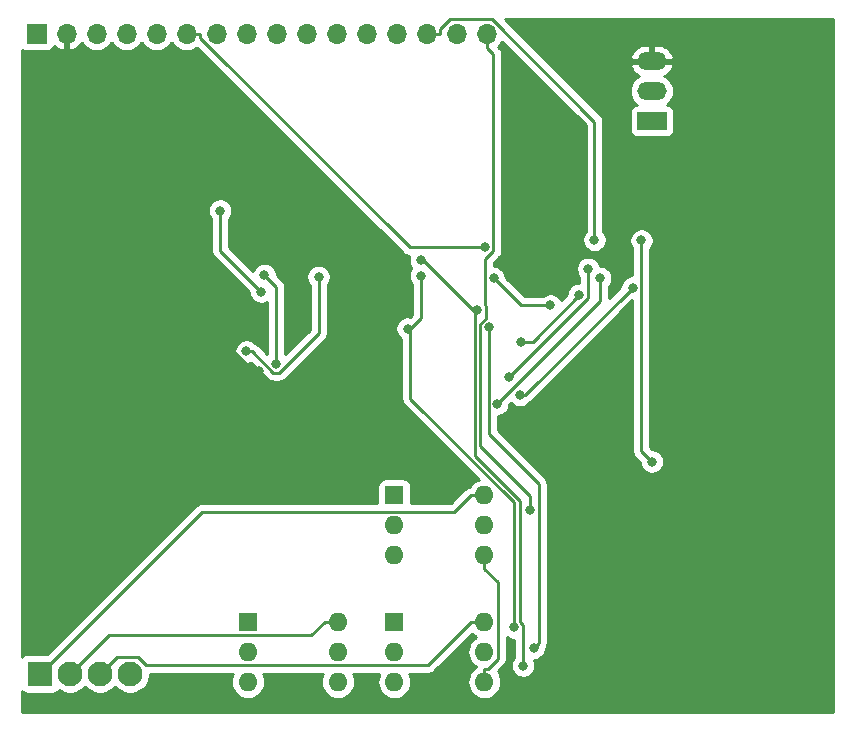
<source format=gbl>
G04 #@! TF.GenerationSoftware,KiCad,Pcbnew,(5.1.2)-2*
G04 #@! TF.CreationDate,2019-08-06T20:33:04-04:00*
G04 #@! TF.ProjectId,Thermostat_Layout,54686572-6d6f-4737-9461-745f4c61796f,rev?*
G04 #@! TF.SameCoordinates,Original*
G04 #@! TF.FileFunction,Copper,L2,Bot*
G04 #@! TF.FilePolarity,Positive*
%FSLAX46Y46*%
G04 Gerber Fmt 4.6, Leading zero omitted, Abs format (unit mm)*
G04 Created by KiCad (PCBNEW (5.1.2)-2) date 2019-08-06 20:33:04*
%MOMM*%
%LPD*%
G04 APERTURE LIST*
%ADD10O,1.600000X1.600000*%
%ADD11R,1.600000X1.600000*%
%ADD12R,2.500000X1.500000*%
%ADD13O,2.500000X1.500000*%
%ADD14R,2.100000X2.100000*%
%ADD15C,2.100000*%
%ADD16O,1.700000X1.700000*%
%ADD17R,1.700000X1.700000*%
%ADD18C,0.800000*%
%ADD19C,0.250000*%
%ADD20C,0.254000*%
G04 APERTURE END LIST*
D10*
X96220000Y-89400000D03*
X88600000Y-94480000D03*
X96220000Y-91940000D03*
X88600000Y-91940000D03*
X96220000Y-94480000D03*
D11*
X88600000Y-89400000D03*
D10*
X83820000Y-89400000D03*
X76200000Y-94480000D03*
X83820000Y-91940000D03*
X76200000Y-91940000D03*
X83820000Y-94480000D03*
D11*
X76200000Y-89400000D03*
D10*
X96220000Y-78700000D03*
X88600000Y-83780000D03*
X96220000Y-81240000D03*
X88600000Y-81240000D03*
X96220000Y-83780000D03*
D11*
X88600000Y-78700000D03*
D12*
X110400000Y-47000000D03*
D13*
X110400000Y-44460000D03*
X110400000Y-41920000D03*
D14*
X58600000Y-93800000D03*
D15*
X61140000Y-93800000D03*
X63680000Y-93800000D03*
X66220000Y-93800000D03*
D16*
X96400000Y-39600000D03*
X93860000Y-39600000D03*
X91320000Y-39600000D03*
X88780000Y-39600000D03*
X86240000Y-39600000D03*
X83700000Y-39600000D03*
X81160000Y-39600000D03*
X78620000Y-39600000D03*
X76080000Y-39600000D03*
X73540000Y-39600000D03*
X71000000Y-39600000D03*
X68460000Y-39600000D03*
X65920000Y-39600000D03*
X63380000Y-39600000D03*
X60840000Y-39600000D03*
D17*
X58300000Y-39600000D03*
D18*
X77750000Y-73328400D03*
X77112200Y-68122600D03*
X74873800Y-65903000D03*
X78602800Y-67529800D03*
X77590400Y-60031900D03*
X77325000Y-61442000D03*
X73850000Y-54581200D03*
X100063600Y-79911600D03*
X105542700Y-57054000D03*
X96244800Y-57673900D03*
X108771900Y-61100000D03*
X99218600Y-70179100D03*
X106029800Y-60300000D03*
X97296800Y-70931200D03*
X76071500Y-66493600D03*
X82179100Y-60190500D03*
X97002600Y-60300000D03*
X101815100Y-62612400D03*
X110401200Y-75833400D03*
X109518700Y-57100000D03*
X99360500Y-65668000D03*
X104245300Y-61717900D03*
X98711200Y-89875300D03*
X90842100Y-60080500D03*
X89726500Y-64575000D03*
X90836100Y-58780200D03*
X99504200Y-93109900D03*
X95560000Y-62981200D03*
X100395200Y-91612500D03*
X96637200Y-64464600D03*
X98319700Y-68687500D03*
X105016600Y-59503200D03*
D19*
X74873800Y-65903000D02*
X74873800Y-66340800D01*
X74873800Y-66340800D02*
X76655500Y-68122500D01*
X76655500Y-68122500D02*
X77112200Y-68122500D01*
X77112200Y-68122500D02*
X77112200Y-68122600D01*
X77112200Y-68122600D02*
X77750000Y-68760400D01*
X77750000Y-68760400D02*
X77750000Y-73328400D01*
X60840000Y-39600000D02*
X60840000Y-51869200D01*
X60840000Y-51869200D02*
X74873800Y-65903000D01*
X78602800Y-67529800D02*
X78602800Y-61044300D01*
X78602800Y-61044300D02*
X77590400Y-60031900D01*
X73850000Y-54581200D02*
X73850000Y-57967000D01*
X73850000Y-57967000D02*
X77325000Y-61442000D01*
X100063600Y-79911600D02*
X100063600Y-78705600D01*
X100063600Y-78705600D02*
X95860700Y-74502700D01*
X95860700Y-74502700D02*
X95860700Y-64215400D01*
X95860700Y-64215400D02*
X96323800Y-63752300D01*
X96323800Y-63752300D02*
X96323800Y-62680700D01*
X96323800Y-62680700D02*
X96248300Y-62605200D01*
X96248300Y-62605200D02*
X96248300Y-58696200D01*
X96248300Y-58696200D02*
X96970100Y-57974400D01*
X96970100Y-57974400D02*
X96970100Y-41345400D01*
X96970100Y-41345400D02*
X96400000Y-40775300D01*
X96400000Y-39600000D02*
X96400000Y-40775300D01*
X92495300Y-39600000D02*
X92495300Y-39232700D01*
X92495300Y-39232700D02*
X93339000Y-38389000D01*
X93339000Y-38389000D02*
X96888200Y-38389000D01*
X96888200Y-38389000D02*
X105542700Y-47043500D01*
X105542700Y-47043500D02*
X105542700Y-57054000D01*
X91320000Y-39600000D02*
X92495300Y-39600000D01*
X96244800Y-57673900D02*
X89881900Y-57673900D01*
X89881900Y-57673900D02*
X72175300Y-39967300D01*
X72175300Y-39967300D02*
X72175300Y-39600000D01*
X71000000Y-39600000D02*
X72175300Y-39600000D01*
X96220000Y-83780000D02*
X96220000Y-84905300D01*
X96220000Y-94480000D02*
X96220000Y-93354700D01*
X96220000Y-93354700D02*
X96501300Y-93354700D01*
X96501300Y-93354700D02*
X97345300Y-92510700D01*
X97345300Y-92510700D02*
X97345300Y-86030600D01*
X97345300Y-86030600D02*
X96220000Y-84905300D01*
X96220000Y-89400000D02*
X95094700Y-89400000D01*
X63680000Y-93800000D02*
X65081600Y-92398400D01*
X65081600Y-92398400D02*
X66928400Y-92398400D01*
X66928400Y-92398400D02*
X67595400Y-93065400D01*
X67595400Y-93065400D02*
X91429300Y-93065400D01*
X91429300Y-93065400D02*
X95094700Y-89400000D01*
X83820000Y-89400000D02*
X82694700Y-89400000D01*
X61140000Y-93800000D02*
X64414700Y-90525300D01*
X64414700Y-90525300D02*
X81569400Y-90525300D01*
X81569400Y-90525300D02*
X82694700Y-89400000D01*
X96220000Y-78700000D02*
X95094700Y-78700000D01*
X58600000Y-93800000D02*
X72285400Y-80114600D01*
X72285400Y-80114600D02*
X93680100Y-80114600D01*
X93680100Y-80114600D02*
X95094700Y-78700000D01*
X108771900Y-61100000D02*
X99692800Y-70179100D01*
X99692800Y-70179100D02*
X99218600Y-70179100D01*
X97296800Y-70931200D02*
X106029800Y-62198200D01*
X106029800Y-62198200D02*
X106029800Y-60300000D01*
X76071500Y-66493600D02*
X76540900Y-66493600D01*
X76540900Y-66493600D02*
X78347200Y-68299900D01*
X78347200Y-68299900D02*
X78862900Y-68299900D01*
X78862900Y-68299900D02*
X82179100Y-64983700D01*
X82179100Y-64983700D02*
X82179100Y-60190500D01*
X97002600Y-60300000D02*
X99315000Y-62612400D01*
X99315000Y-62612400D02*
X101815100Y-62612400D01*
X110401200Y-75833400D02*
X109518800Y-74951000D01*
X109518800Y-74951000D02*
X109518800Y-57100000D01*
X109518800Y-57100000D02*
X109518700Y-57100000D01*
X99360500Y-65668000D02*
X100295200Y-65668000D01*
X100295200Y-65668000D02*
X104245300Y-61717900D01*
X89962400Y-64575000D02*
X90842100Y-63695300D01*
X90842100Y-63695300D02*
X90842100Y-60080500D01*
X89726500Y-64575000D02*
X89962400Y-64575000D01*
X89962400Y-64575000D02*
X89962400Y-70515100D01*
X89962400Y-70515100D02*
X98711200Y-79263900D01*
X98711200Y-79263900D02*
X98711200Y-89875300D01*
X95410400Y-63130800D02*
X95410400Y-75326200D01*
X95410400Y-75326200D02*
X99273000Y-79188800D01*
X99273000Y-79188800D02*
X99273000Y-89411300D01*
X99273000Y-89411300D02*
X99504100Y-89642400D01*
X99504100Y-89642400D02*
X99504100Y-93109900D01*
X99504100Y-93109900D02*
X99504200Y-93109900D01*
X95560000Y-62981200D02*
X95410400Y-63130800D01*
X95410400Y-63130800D02*
X91059800Y-58780200D01*
X91059800Y-58780200D02*
X90836100Y-58780200D01*
X96637200Y-64464600D02*
X96571500Y-64530300D01*
X96571500Y-64530300D02*
X96571500Y-73496800D01*
X96571500Y-73496800D02*
X100812400Y-77737700D01*
X100812400Y-77737700D02*
X100812400Y-91195300D01*
X100812400Y-91195300D02*
X100395200Y-91612500D01*
X98319700Y-68687500D02*
X105016600Y-61990600D01*
X105016600Y-61990600D02*
X105016600Y-59503200D01*
D20*
G36*
X125740000Y-97040000D02*
G01*
X57060000Y-97040000D01*
X57060000Y-95253889D01*
X57098815Y-95301185D01*
X57195506Y-95380537D01*
X57305820Y-95439502D01*
X57425518Y-95475812D01*
X57550000Y-95488072D01*
X59650000Y-95488072D01*
X59774482Y-95475812D01*
X59894180Y-95439502D01*
X60004494Y-95380537D01*
X60101185Y-95301185D01*
X60180537Y-95204494D01*
X60188042Y-95190454D01*
X60341853Y-95293228D01*
X60648504Y-95420246D01*
X60974042Y-95485000D01*
X61305958Y-95485000D01*
X61631496Y-95420246D01*
X61938147Y-95293228D01*
X62214125Y-95108825D01*
X62410000Y-94912950D01*
X62605875Y-95108825D01*
X62881853Y-95293228D01*
X63188504Y-95420246D01*
X63514042Y-95485000D01*
X63845958Y-95485000D01*
X64171496Y-95420246D01*
X64478147Y-95293228D01*
X64754125Y-95108825D01*
X64950000Y-94912950D01*
X65145875Y-95108825D01*
X65421853Y-95293228D01*
X65728504Y-95420246D01*
X66054042Y-95485000D01*
X66385958Y-95485000D01*
X66711496Y-95420246D01*
X67018147Y-95293228D01*
X67294125Y-95108825D01*
X67528825Y-94874125D01*
X67713228Y-94598147D01*
X67840246Y-94291496D01*
X67905000Y-93965958D01*
X67905000Y-93825400D01*
X74922762Y-93825400D01*
X74867818Y-93928192D01*
X74785764Y-94198691D01*
X74758057Y-94480000D01*
X74785764Y-94761309D01*
X74867818Y-95031808D01*
X75001068Y-95281101D01*
X75180392Y-95499608D01*
X75398899Y-95678932D01*
X75648192Y-95812182D01*
X75918691Y-95894236D01*
X76129508Y-95915000D01*
X76270492Y-95915000D01*
X76481309Y-95894236D01*
X76751808Y-95812182D01*
X77001101Y-95678932D01*
X77219608Y-95499608D01*
X77398932Y-95281101D01*
X77532182Y-95031808D01*
X77614236Y-94761309D01*
X77641943Y-94480000D01*
X77614236Y-94198691D01*
X77532182Y-93928192D01*
X77477238Y-93825400D01*
X82542762Y-93825400D01*
X82487818Y-93928192D01*
X82405764Y-94198691D01*
X82378057Y-94480000D01*
X82405764Y-94761309D01*
X82487818Y-95031808D01*
X82621068Y-95281101D01*
X82800392Y-95499608D01*
X83018899Y-95678932D01*
X83268192Y-95812182D01*
X83538691Y-95894236D01*
X83749508Y-95915000D01*
X83890492Y-95915000D01*
X84101309Y-95894236D01*
X84371808Y-95812182D01*
X84621101Y-95678932D01*
X84839608Y-95499608D01*
X85018932Y-95281101D01*
X85152182Y-95031808D01*
X85234236Y-94761309D01*
X85261943Y-94480000D01*
X85234236Y-94198691D01*
X85152182Y-93928192D01*
X85097238Y-93825400D01*
X87322762Y-93825400D01*
X87267818Y-93928192D01*
X87185764Y-94198691D01*
X87158057Y-94480000D01*
X87185764Y-94761309D01*
X87267818Y-95031808D01*
X87401068Y-95281101D01*
X87580392Y-95499608D01*
X87798899Y-95678932D01*
X88048192Y-95812182D01*
X88318691Y-95894236D01*
X88529508Y-95915000D01*
X88670492Y-95915000D01*
X88881309Y-95894236D01*
X89151808Y-95812182D01*
X89401101Y-95678932D01*
X89619608Y-95499608D01*
X89798932Y-95281101D01*
X89932182Y-95031808D01*
X90014236Y-94761309D01*
X90041943Y-94480000D01*
X90014236Y-94198691D01*
X89932182Y-93928192D01*
X89877238Y-93825400D01*
X91391978Y-93825400D01*
X91429300Y-93829076D01*
X91466622Y-93825400D01*
X91466633Y-93825400D01*
X91578286Y-93814403D01*
X91721547Y-93770946D01*
X91853576Y-93700374D01*
X91969301Y-93605401D01*
X91993104Y-93576397D01*
X95177630Y-90391873D01*
X95200392Y-90419608D01*
X95418899Y-90598932D01*
X95551858Y-90670000D01*
X95418899Y-90741068D01*
X95200392Y-90920392D01*
X95021068Y-91138899D01*
X94887818Y-91388192D01*
X94805764Y-91658691D01*
X94778057Y-91940000D01*
X94805764Y-92221309D01*
X94887818Y-92491808D01*
X95021068Y-92741101D01*
X95200392Y-92959608D01*
X95418899Y-93138932D01*
X95481160Y-93172211D01*
X95470997Y-93205714D01*
X95466058Y-93255861D01*
X95418899Y-93281068D01*
X95200392Y-93460392D01*
X95021068Y-93678899D01*
X94887818Y-93928192D01*
X94805764Y-94198691D01*
X94778057Y-94480000D01*
X94805764Y-94761309D01*
X94887818Y-95031808D01*
X95021068Y-95281101D01*
X95200392Y-95499608D01*
X95418899Y-95678932D01*
X95668192Y-95812182D01*
X95938691Y-95894236D01*
X96149508Y-95915000D01*
X96290492Y-95915000D01*
X96501309Y-95894236D01*
X96771808Y-95812182D01*
X97021101Y-95678932D01*
X97239608Y-95499608D01*
X97418932Y-95281101D01*
X97552182Y-95031808D01*
X97634236Y-94761309D01*
X97661943Y-94480000D01*
X97634236Y-94198691D01*
X97552182Y-93928192D01*
X97418932Y-93678899D01*
X97343643Y-93587159D01*
X97856304Y-93074498D01*
X97885301Y-93050701D01*
X97980274Y-92934976D01*
X98050846Y-92802947D01*
X98094303Y-92659686D01*
X98105300Y-92548033D01*
X98105300Y-92548024D01*
X98108976Y-92510701D01*
X98105300Y-92473378D01*
X98105300Y-90715234D01*
X98220944Y-90792505D01*
X98409302Y-90870526D01*
X98609261Y-90910300D01*
X98744100Y-90910300D01*
X98744101Y-92406288D01*
X98700263Y-92450126D01*
X98586995Y-92619644D01*
X98508974Y-92808002D01*
X98469200Y-93007961D01*
X98469200Y-93211839D01*
X98508974Y-93411798D01*
X98586995Y-93600156D01*
X98700263Y-93769674D01*
X98844426Y-93913837D01*
X99013944Y-94027105D01*
X99202302Y-94105126D01*
X99402261Y-94144900D01*
X99606139Y-94144900D01*
X99806098Y-94105126D01*
X99994456Y-94027105D01*
X100163974Y-93913837D01*
X100308137Y-93769674D01*
X100421405Y-93600156D01*
X100499426Y-93411798D01*
X100539200Y-93211839D01*
X100539200Y-93007961D01*
X100499426Y-92808002D01*
X100432943Y-92647500D01*
X100497139Y-92647500D01*
X100697098Y-92607726D01*
X100885456Y-92529705D01*
X101054974Y-92416437D01*
X101199137Y-92272274D01*
X101312405Y-92102756D01*
X101390426Y-91914398D01*
X101430200Y-91714439D01*
X101430200Y-91640503D01*
X101447374Y-91619576D01*
X101517946Y-91487547D01*
X101561403Y-91344286D01*
X101572400Y-91232633D01*
X101572400Y-91232623D01*
X101576076Y-91195300D01*
X101572400Y-91157977D01*
X101572400Y-77775022D01*
X101576076Y-77737699D01*
X101572400Y-77700376D01*
X101572400Y-77700367D01*
X101561403Y-77588714D01*
X101517946Y-77445453D01*
X101447374Y-77313424D01*
X101352401Y-77197699D01*
X101323404Y-77173902D01*
X97331500Y-73181999D01*
X97331500Y-71966200D01*
X97398739Y-71966200D01*
X97598698Y-71926426D01*
X97787056Y-71848405D01*
X97956574Y-71735137D01*
X98100737Y-71590974D01*
X98214005Y-71421456D01*
X98292026Y-71233098D01*
X98331800Y-71033139D01*
X98331800Y-70971001D01*
X98439295Y-70863506D01*
X98558826Y-70983037D01*
X98728344Y-71096305D01*
X98916702Y-71174326D01*
X99116661Y-71214100D01*
X99320539Y-71214100D01*
X99520498Y-71174326D01*
X99708856Y-71096305D01*
X99878374Y-70983037D01*
X99973159Y-70888252D01*
X99985047Y-70884646D01*
X100117076Y-70814074D01*
X100232801Y-70719101D01*
X100256604Y-70690097D01*
X108758801Y-62187901D01*
X108758800Y-74913678D01*
X108755124Y-74951000D01*
X108758800Y-74988322D01*
X108758800Y-74988332D01*
X108769797Y-75099985D01*
X108802637Y-75208246D01*
X108813254Y-75243246D01*
X108883826Y-75375276D01*
X108911604Y-75409123D01*
X108978799Y-75491001D01*
X109007802Y-75514803D01*
X109366200Y-75873201D01*
X109366200Y-75935339D01*
X109405974Y-76135298D01*
X109483995Y-76323656D01*
X109597263Y-76493174D01*
X109741426Y-76637337D01*
X109910944Y-76750605D01*
X110099302Y-76828626D01*
X110299261Y-76868400D01*
X110503139Y-76868400D01*
X110703098Y-76828626D01*
X110891456Y-76750605D01*
X111060974Y-76637337D01*
X111205137Y-76493174D01*
X111318405Y-76323656D01*
X111396426Y-76135298D01*
X111436200Y-75935339D01*
X111436200Y-75731461D01*
X111396426Y-75531502D01*
X111318405Y-75343144D01*
X111205137Y-75173626D01*
X111060974Y-75029463D01*
X110891456Y-74916195D01*
X110703098Y-74838174D01*
X110503139Y-74798400D01*
X110441001Y-74798400D01*
X110278800Y-74636199D01*
X110278800Y-57803611D01*
X110322637Y-57759774D01*
X110435905Y-57590256D01*
X110513926Y-57401898D01*
X110553700Y-57201939D01*
X110553700Y-56998061D01*
X110513926Y-56798102D01*
X110435905Y-56609744D01*
X110322637Y-56440226D01*
X110178474Y-56296063D01*
X110008956Y-56182795D01*
X109820598Y-56104774D01*
X109620639Y-56065000D01*
X109416761Y-56065000D01*
X109216802Y-56104774D01*
X109028444Y-56182795D01*
X108858926Y-56296063D01*
X108714763Y-56440226D01*
X108601495Y-56609744D01*
X108523474Y-56798102D01*
X108483700Y-56998061D01*
X108483700Y-57201939D01*
X108523474Y-57401898D01*
X108601495Y-57590256D01*
X108714763Y-57759774D01*
X108758801Y-57803812D01*
X108758801Y-60065000D01*
X108669961Y-60065000D01*
X108470002Y-60104774D01*
X108281644Y-60182795D01*
X108112126Y-60296063D01*
X107967963Y-60440226D01*
X107854695Y-60609744D01*
X107776674Y-60798102D01*
X107736900Y-60998061D01*
X107736900Y-61060198D01*
X106789800Y-62007298D01*
X106789800Y-61003711D01*
X106833737Y-60959774D01*
X106947005Y-60790256D01*
X107025026Y-60601898D01*
X107064800Y-60401939D01*
X107064800Y-60198061D01*
X107025026Y-59998102D01*
X106947005Y-59809744D01*
X106833737Y-59640226D01*
X106689574Y-59496063D01*
X106520056Y-59382795D01*
X106331698Y-59304774D01*
X106131739Y-59265000D01*
X106024496Y-59265000D01*
X106011826Y-59201302D01*
X105933805Y-59012944D01*
X105820537Y-58843426D01*
X105676374Y-58699263D01*
X105506856Y-58585995D01*
X105318498Y-58507974D01*
X105118539Y-58468200D01*
X104914661Y-58468200D01*
X104714702Y-58507974D01*
X104526344Y-58585995D01*
X104356826Y-58699263D01*
X104212663Y-58843426D01*
X104099395Y-59012944D01*
X104021374Y-59201302D01*
X103981600Y-59401261D01*
X103981600Y-59605139D01*
X104021374Y-59805098D01*
X104099395Y-59993456D01*
X104212663Y-60162974D01*
X104256601Y-60206912D01*
X104256601Y-60682900D01*
X104143361Y-60682900D01*
X103943402Y-60722674D01*
X103755044Y-60800695D01*
X103585526Y-60913963D01*
X103441363Y-61058126D01*
X103328095Y-61227644D01*
X103250074Y-61416002D01*
X103210300Y-61615961D01*
X103210300Y-61678098D01*
X102742249Y-62146150D01*
X102732305Y-62122144D01*
X102619037Y-61952626D01*
X102474874Y-61808463D01*
X102305356Y-61695195D01*
X102116998Y-61617174D01*
X101917039Y-61577400D01*
X101713161Y-61577400D01*
X101513202Y-61617174D01*
X101324844Y-61695195D01*
X101155326Y-61808463D01*
X101111389Y-61852400D01*
X99629803Y-61852400D01*
X98037600Y-60260199D01*
X98037600Y-60198061D01*
X97997826Y-59998102D01*
X97919805Y-59809744D01*
X97806537Y-59640226D01*
X97662374Y-59496063D01*
X97492856Y-59382795D01*
X97304498Y-59304774D01*
X97104539Y-59265000D01*
X97008300Y-59265000D01*
X97008300Y-59011001D01*
X97481104Y-58538198D01*
X97510101Y-58514401D01*
X97605074Y-58398676D01*
X97675646Y-58266647D01*
X97719103Y-58123386D01*
X97730100Y-58011733D01*
X97730100Y-58011724D01*
X97733776Y-57974401D01*
X97730100Y-57937078D01*
X97730100Y-41382722D01*
X97733776Y-41345399D01*
X97730100Y-41308076D01*
X97730100Y-41308067D01*
X97719103Y-41196414D01*
X97675646Y-41053153D01*
X97645538Y-40996825D01*
X97605074Y-40921123D01*
X97533899Y-40834397D01*
X97510101Y-40805399D01*
X97481102Y-40781600D01*
X97399936Y-40700434D01*
X97455134Y-40655134D01*
X97640706Y-40429014D01*
X97714797Y-40290399D01*
X104782700Y-47358302D01*
X104782701Y-56350288D01*
X104738763Y-56394226D01*
X104625495Y-56563744D01*
X104547474Y-56752102D01*
X104507700Y-56952061D01*
X104507700Y-57155939D01*
X104547474Y-57355898D01*
X104625495Y-57544256D01*
X104738763Y-57713774D01*
X104882926Y-57857937D01*
X105052444Y-57971205D01*
X105240802Y-58049226D01*
X105440761Y-58089000D01*
X105644639Y-58089000D01*
X105844598Y-58049226D01*
X106032956Y-57971205D01*
X106202474Y-57857937D01*
X106346637Y-57713774D01*
X106459905Y-57544256D01*
X106537926Y-57355898D01*
X106577700Y-57155939D01*
X106577700Y-56952061D01*
X106537926Y-56752102D01*
X106459905Y-56563744D01*
X106346637Y-56394226D01*
X106302700Y-56350289D01*
X106302700Y-47080822D01*
X106306376Y-47043499D01*
X106302700Y-47006176D01*
X106302700Y-47006167D01*
X106291703Y-46894514D01*
X106248246Y-46751253D01*
X106177674Y-46619224D01*
X106082701Y-46503499D01*
X106053704Y-46479702D01*
X104034002Y-44460000D01*
X108508299Y-44460000D01*
X108535040Y-44731507D01*
X108614236Y-44992581D01*
X108742843Y-45233188D01*
X108915919Y-45444081D01*
X109123608Y-45614527D01*
X109025518Y-45624188D01*
X108905820Y-45660498D01*
X108795506Y-45719463D01*
X108698815Y-45798815D01*
X108619463Y-45895506D01*
X108560498Y-46005820D01*
X108524188Y-46125518D01*
X108511928Y-46250000D01*
X108511928Y-47750000D01*
X108524188Y-47874482D01*
X108560498Y-47994180D01*
X108619463Y-48104494D01*
X108698815Y-48201185D01*
X108795506Y-48280537D01*
X108905820Y-48339502D01*
X109025518Y-48375812D01*
X109150000Y-48388072D01*
X111650000Y-48388072D01*
X111774482Y-48375812D01*
X111894180Y-48339502D01*
X112004494Y-48280537D01*
X112101185Y-48201185D01*
X112180537Y-48104494D01*
X112239502Y-47994180D01*
X112275812Y-47874482D01*
X112288072Y-47750000D01*
X112288072Y-46250000D01*
X112275812Y-46125518D01*
X112239502Y-46005820D01*
X112180537Y-45895506D01*
X112101185Y-45798815D01*
X112004494Y-45719463D01*
X111894180Y-45660498D01*
X111774482Y-45624188D01*
X111676392Y-45614527D01*
X111884081Y-45444081D01*
X112057157Y-45233188D01*
X112185764Y-44992581D01*
X112264960Y-44731507D01*
X112291701Y-44460000D01*
X112264960Y-44188493D01*
X112185764Y-43927419D01*
X112057157Y-43686812D01*
X111884081Y-43475919D01*
X111673188Y-43302843D01*
X111457422Y-43187514D01*
X111547349Y-43150972D01*
X111775061Y-43001028D01*
X111969145Y-42809540D01*
X112122142Y-42583868D01*
X112228173Y-42332684D01*
X112242318Y-42261185D01*
X112119656Y-42047000D01*
X110527000Y-42047000D01*
X110527000Y-42067000D01*
X110273000Y-42067000D01*
X110273000Y-42047000D01*
X108680344Y-42047000D01*
X108557682Y-42261185D01*
X108571827Y-42332684D01*
X108677858Y-42583868D01*
X108830855Y-42809540D01*
X109024939Y-43001028D01*
X109252651Y-43150972D01*
X109342578Y-43187514D01*
X109126812Y-43302843D01*
X108915919Y-43475919D01*
X108742843Y-43686812D01*
X108614236Y-43927419D01*
X108535040Y-44188493D01*
X108508299Y-44460000D01*
X104034002Y-44460000D01*
X101152817Y-41578815D01*
X108557682Y-41578815D01*
X108680344Y-41793000D01*
X110273000Y-41793000D01*
X110273000Y-40535000D01*
X110527000Y-40535000D01*
X110527000Y-41793000D01*
X112119656Y-41793000D01*
X112242318Y-41578815D01*
X112228173Y-41507316D01*
X112122142Y-41256132D01*
X111969145Y-41030460D01*
X111775061Y-40838972D01*
X111547349Y-40689028D01*
X111294760Y-40586389D01*
X111027000Y-40535000D01*
X110527000Y-40535000D01*
X110273000Y-40535000D01*
X109773000Y-40535000D01*
X109505240Y-40586389D01*
X109252651Y-40689028D01*
X109024939Y-40838972D01*
X108830855Y-41030460D01*
X108677858Y-41256132D01*
X108571827Y-41507316D01*
X108557682Y-41578815D01*
X101152817Y-41578815D01*
X97934001Y-38360000D01*
X125740001Y-38360000D01*
X125740000Y-97040000D01*
X125740000Y-97040000D01*
G37*
X125740000Y-97040000D02*
X57060000Y-97040000D01*
X57060000Y-95253889D01*
X57098815Y-95301185D01*
X57195506Y-95380537D01*
X57305820Y-95439502D01*
X57425518Y-95475812D01*
X57550000Y-95488072D01*
X59650000Y-95488072D01*
X59774482Y-95475812D01*
X59894180Y-95439502D01*
X60004494Y-95380537D01*
X60101185Y-95301185D01*
X60180537Y-95204494D01*
X60188042Y-95190454D01*
X60341853Y-95293228D01*
X60648504Y-95420246D01*
X60974042Y-95485000D01*
X61305958Y-95485000D01*
X61631496Y-95420246D01*
X61938147Y-95293228D01*
X62214125Y-95108825D01*
X62410000Y-94912950D01*
X62605875Y-95108825D01*
X62881853Y-95293228D01*
X63188504Y-95420246D01*
X63514042Y-95485000D01*
X63845958Y-95485000D01*
X64171496Y-95420246D01*
X64478147Y-95293228D01*
X64754125Y-95108825D01*
X64950000Y-94912950D01*
X65145875Y-95108825D01*
X65421853Y-95293228D01*
X65728504Y-95420246D01*
X66054042Y-95485000D01*
X66385958Y-95485000D01*
X66711496Y-95420246D01*
X67018147Y-95293228D01*
X67294125Y-95108825D01*
X67528825Y-94874125D01*
X67713228Y-94598147D01*
X67840246Y-94291496D01*
X67905000Y-93965958D01*
X67905000Y-93825400D01*
X74922762Y-93825400D01*
X74867818Y-93928192D01*
X74785764Y-94198691D01*
X74758057Y-94480000D01*
X74785764Y-94761309D01*
X74867818Y-95031808D01*
X75001068Y-95281101D01*
X75180392Y-95499608D01*
X75398899Y-95678932D01*
X75648192Y-95812182D01*
X75918691Y-95894236D01*
X76129508Y-95915000D01*
X76270492Y-95915000D01*
X76481309Y-95894236D01*
X76751808Y-95812182D01*
X77001101Y-95678932D01*
X77219608Y-95499608D01*
X77398932Y-95281101D01*
X77532182Y-95031808D01*
X77614236Y-94761309D01*
X77641943Y-94480000D01*
X77614236Y-94198691D01*
X77532182Y-93928192D01*
X77477238Y-93825400D01*
X82542762Y-93825400D01*
X82487818Y-93928192D01*
X82405764Y-94198691D01*
X82378057Y-94480000D01*
X82405764Y-94761309D01*
X82487818Y-95031808D01*
X82621068Y-95281101D01*
X82800392Y-95499608D01*
X83018899Y-95678932D01*
X83268192Y-95812182D01*
X83538691Y-95894236D01*
X83749508Y-95915000D01*
X83890492Y-95915000D01*
X84101309Y-95894236D01*
X84371808Y-95812182D01*
X84621101Y-95678932D01*
X84839608Y-95499608D01*
X85018932Y-95281101D01*
X85152182Y-95031808D01*
X85234236Y-94761309D01*
X85261943Y-94480000D01*
X85234236Y-94198691D01*
X85152182Y-93928192D01*
X85097238Y-93825400D01*
X87322762Y-93825400D01*
X87267818Y-93928192D01*
X87185764Y-94198691D01*
X87158057Y-94480000D01*
X87185764Y-94761309D01*
X87267818Y-95031808D01*
X87401068Y-95281101D01*
X87580392Y-95499608D01*
X87798899Y-95678932D01*
X88048192Y-95812182D01*
X88318691Y-95894236D01*
X88529508Y-95915000D01*
X88670492Y-95915000D01*
X88881309Y-95894236D01*
X89151808Y-95812182D01*
X89401101Y-95678932D01*
X89619608Y-95499608D01*
X89798932Y-95281101D01*
X89932182Y-95031808D01*
X90014236Y-94761309D01*
X90041943Y-94480000D01*
X90014236Y-94198691D01*
X89932182Y-93928192D01*
X89877238Y-93825400D01*
X91391978Y-93825400D01*
X91429300Y-93829076D01*
X91466622Y-93825400D01*
X91466633Y-93825400D01*
X91578286Y-93814403D01*
X91721547Y-93770946D01*
X91853576Y-93700374D01*
X91969301Y-93605401D01*
X91993104Y-93576397D01*
X95177630Y-90391873D01*
X95200392Y-90419608D01*
X95418899Y-90598932D01*
X95551858Y-90670000D01*
X95418899Y-90741068D01*
X95200392Y-90920392D01*
X95021068Y-91138899D01*
X94887818Y-91388192D01*
X94805764Y-91658691D01*
X94778057Y-91940000D01*
X94805764Y-92221309D01*
X94887818Y-92491808D01*
X95021068Y-92741101D01*
X95200392Y-92959608D01*
X95418899Y-93138932D01*
X95481160Y-93172211D01*
X95470997Y-93205714D01*
X95466058Y-93255861D01*
X95418899Y-93281068D01*
X95200392Y-93460392D01*
X95021068Y-93678899D01*
X94887818Y-93928192D01*
X94805764Y-94198691D01*
X94778057Y-94480000D01*
X94805764Y-94761309D01*
X94887818Y-95031808D01*
X95021068Y-95281101D01*
X95200392Y-95499608D01*
X95418899Y-95678932D01*
X95668192Y-95812182D01*
X95938691Y-95894236D01*
X96149508Y-95915000D01*
X96290492Y-95915000D01*
X96501309Y-95894236D01*
X96771808Y-95812182D01*
X97021101Y-95678932D01*
X97239608Y-95499608D01*
X97418932Y-95281101D01*
X97552182Y-95031808D01*
X97634236Y-94761309D01*
X97661943Y-94480000D01*
X97634236Y-94198691D01*
X97552182Y-93928192D01*
X97418932Y-93678899D01*
X97343643Y-93587159D01*
X97856304Y-93074498D01*
X97885301Y-93050701D01*
X97980274Y-92934976D01*
X98050846Y-92802947D01*
X98094303Y-92659686D01*
X98105300Y-92548033D01*
X98105300Y-92548024D01*
X98108976Y-92510701D01*
X98105300Y-92473378D01*
X98105300Y-90715234D01*
X98220944Y-90792505D01*
X98409302Y-90870526D01*
X98609261Y-90910300D01*
X98744100Y-90910300D01*
X98744101Y-92406288D01*
X98700263Y-92450126D01*
X98586995Y-92619644D01*
X98508974Y-92808002D01*
X98469200Y-93007961D01*
X98469200Y-93211839D01*
X98508974Y-93411798D01*
X98586995Y-93600156D01*
X98700263Y-93769674D01*
X98844426Y-93913837D01*
X99013944Y-94027105D01*
X99202302Y-94105126D01*
X99402261Y-94144900D01*
X99606139Y-94144900D01*
X99806098Y-94105126D01*
X99994456Y-94027105D01*
X100163974Y-93913837D01*
X100308137Y-93769674D01*
X100421405Y-93600156D01*
X100499426Y-93411798D01*
X100539200Y-93211839D01*
X100539200Y-93007961D01*
X100499426Y-92808002D01*
X100432943Y-92647500D01*
X100497139Y-92647500D01*
X100697098Y-92607726D01*
X100885456Y-92529705D01*
X101054974Y-92416437D01*
X101199137Y-92272274D01*
X101312405Y-92102756D01*
X101390426Y-91914398D01*
X101430200Y-91714439D01*
X101430200Y-91640503D01*
X101447374Y-91619576D01*
X101517946Y-91487547D01*
X101561403Y-91344286D01*
X101572400Y-91232633D01*
X101572400Y-91232623D01*
X101576076Y-91195300D01*
X101572400Y-91157977D01*
X101572400Y-77775022D01*
X101576076Y-77737699D01*
X101572400Y-77700376D01*
X101572400Y-77700367D01*
X101561403Y-77588714D01*
X101517946Y-77445453D01*
X101447374Y-77313424D01*
X101352401Y-77197699D01*
X101323404Y-77173902D01*
X97331500Y-73181999D01*
X97331500Y-71966200D01*
X97398739Y-71966200D01*
X97598698Y-71926426D01*
X97787056Y-71848405D01*
X97956574Y-71735137D01*
X98100737Y-71590974D01*
X98214005Y-71421456D01*
X98292026Y-71233098D01*
X98331800Y-71033139D01*
X98331800Y-70971001D01*
X98439295Y-70863506D01*
X98558826Y-70983037D01*
X98728344Y-71096305D01*
X98916702Y-71174326D01*
X99116661Y-71214100D01*
X99320539Y-71214100D01*
X99520498Y-71174326D01*
X99708856Y-71096305D01*
X99878374Y-70983037D01*
X99973159Y-70888252D01*
X99985047Y-70884646D01*
X100117076Y-70814074D01*
X100232801Y-70719101D01*
X100256604Y-70690097D01*
X108758801Y-62187901D01*
X108758800Y-74913678D01*
X108755124Y-74951000D01*
X108758800Y-74988322D01*
X108758800Y-74988332D01*
X108769797Y-75099985D01*
X108802637Y-75208246D01*
X108813254Y-75243246D01*
X108883826Y-75375276D01*
X108911604Y-75409123D01*
X108978799Y-75491001D01*
X109007802Y-75514803D01*
X109366200Y-75873201D01*
X109366200Y-75935339D01*
X109405974Y-76135298D01*
X109483995Y-76323656D01*
X109597263Y-76493174D01*
X109741426Y-76637337D01*
X109910944Y-76750605D01*
X110099302Y-76828626D01*
X110299261Y-76868400D01*
X110503139Y-76868400D01*
X110703098Y-76828626D01*
X110891456Y-76750605D01*
X111060974Y-76637337D01*
X111205137Y-76493174D01*
X111318405Y-76323656D01*
X111396426Y-76135298D01*
X111436200Y-75935339D01*
X111436200Y-75731461D01*
X111396426Y-75531502D01*
X111318405Y-75343144D01*
X111205137Y-75173626D01*
X111060974Y-75029463D01*
X110891456Y-74916195D01*
X110703098Y-74838174D01*
X110503139Y-74798400D01*
X110441001Y-74798400D01*
X110278800Y-74636199D01*
X110278800Y-57803611D01*
X110322637Y-57759774D01*
X110435905Y-57590256D01*
X110513926Y-57401898D01*
X110553700Y-57201939D01*
X110553700Y-56998061D01*
X110513926Y-56798102D01*
X110435905Y-56609744D01*
X110322637Y-56440226D01*
X110178474Y-56296063D01*
X110008956Y-56182795D01*
X109820598Y-56104774D01*
X109620639Y-56065000D01*
X109416761Y-56065000D01*
X109216802Y-56104774D01*
X109028444Y-56182795D01*
X108858926Y-56296063D01*
X108714763Y-56440226D01*
X108601495Y-56609744D01*
X108523474Y-56798102D01*
X108483700Y-56998061D01*
X108483700Y-57201939D01*
X108523474Y-57401898D01*
X108601495Y-57590256D01*
X108714763Y-57759774D01*
X108758801Y-57803812D01*
X108758801Y-60065000D01*
X108669961Y-60065000D01*
X108470002Y-60104774D01*
X108281644Y-60182795D01*
X108112126Y-60296063D01*
X107967963Y-60440226D01*
X107854695Y-60609744D01*
X107776674Y-60798102D01*
X107736900Y-60998061D01*
X107736900Y-61060198D01*
X106789800Y-62007298D01*
X106789800Y-61003711D01*
X106833737Y-60959774D01*
X106947005Y-60790256D01*
X107025026Y-60601898D01*
X107064800Y-60401939D01*
X107064800Y-60198061D01*
X107025026Y-59998102D01*
X106947005Y-59809744D01*
X106833737Y-59640226D01*
X106689574Y-59496063D01*
X106520056Y-59382795D01*
X106331698Y-59304774D01*
X106131739Y-59265000D01*
X106024496Y-59265000D01*
X106011826Y-59201302D01*
X105933805Y-59012944D01*
X105820537Y-58843426D01*
X105676374Y-58699263D01*
X105506856Y-58585995D01*
X105318498Y-58507974D01*
X105118539Y-58468200D01*
X104914661Y-58468200D01*
X104714702Y-58507974D01*
X104526344Y-58585995D01*
X104356826Y-58699263D01*
X104212663Y-58843426D01*
X104099395Y-59012944D01*
X104021374Y-59201302D01*
X103981600Y-59401261D01*
X103981600Y-59605139D01*
X104021374Y-59805098D01*
X104099395Y-59993456D01*
X104212663Y-60162974D01*
X104256601Y-60206912D01*
X104256601Y-60682900D01*
X104143361Y-60682900D01*
X103943402Y-60722674D01*
X103755044Y-60800695D01*
X103585526Y-60913963D01*
X103441363Y-61058126D01*
X103328095Y-61227644D01*
X103250074Y-61416002D01*
X103210300Y-61615961D01*
X103210300Y-61678098D01*
X102742249Y-62146150D01*
X102732305Y-62122144D01*
X102619037Y-61952626D01*
X102474874Y-61808463D01*
X102305356Y-61695195D01*
X102116998Y-61617174D01*
X101917039Y-61577400D01*
X101713161Y-61577400D01*
X101513202Y-61617174D01*
X101324844Y-61695195D01*
X101155326Y-61808463D01*
X101111389Y-61852400D01*
X99629803Y-61852400D01*
X98037600Y-60260199D01*
X98037600Y-60198061D01*
X97997826Y-59998102D01*
X97919805Y-59809744D01*
X97806537Y-59640226D01*
X97662374Y-59496063D01*
X97492856Y-59382795D01*
X97304498Y-59304774D01*
X97104539Y-59265000D01*
X97008300Y-59265000D01*
X97008300Y-59011001D01*
X97481104Y-58538198D01*
X97510101Y-58514401D01*
X97605074Y-58398676D01*
X97675646Y-58266647D01*
X97719103Y-58123386D01*
X97730100Y-58011733D01*
X97730100Y-58011724D01*
X97733776Y-57974401D01*
X97730100Y-57937078D01*
X97730100Y-41382722D01*
X97733776Y-41345399D01*
X97730100Y-41308076D01*
X97730100Y-41308067D01*
X97719103Y-41196414D01*
X97675646Y-41053153D01*
X97645538Y-40996825D01*
X97605074Y-40921123D01*
X97533899Y-40834397D01*
X97510101Y-40805399D01*
X97481102Y-40781600D01*
X97399936Y-40700434D01*
X97455134Y-40655134D01*
X97640706Y-40429014D01*
X97714797Y-40290399D01*
X104782700Y-47358302D01*
X104782701Y-56350288D01*
X104738763Y-56394226D01*
X104625495Y-56563744D01*
X104547474Y-56752102D01*
X104507700Y-56952061D01*
X104507700Y-57155939D01*
X104547474Y-57355898D01*
X104625495Y-57544256D01*
X104738763Y-57713774D01*
X104882926Y-57857937D01*
X105052444Y-57971205D01*
X105240802Y-58049226D01*
X105440761Y-58089000D01*
X105644639Y-58089000D01*
X105844598Y-58049226D01*
X106032956Y-57971205D01*
X106202474Y-57857937D01*
X106346637Y-57713774D01*
X106459905Y-57544256D01*
X106537926Y-57355898D01*
X106577700Y-57155939D01*
X106577700Y-56952061D01*
X106537926Y-56752102D01*
X106459905Y-56563744D01*
X106346637Y-56394226D01*
X106302700Y-56350289D01*
X106302700Y-47080822D01*
X106306376Y-47043499D01*
X106302700Y-47006176D01*
X106302700Y-47006167D01*
X106291703Y-46894514D01*
X106248246Y-46751253D01*
X106177674Y-46619224D01*
X106082701Y-46503499D01*
X106053704Y-46479702D01*
X104034002Y-44460000D01*
X108508299Y-44460000D01*
X108535040Y-44731507D01*
X108614236Y-44992581D01*
X108742843Y-45233188D01*
X108915919Y-45444081D01*
X109123608Y-45614527D01*
X109025518Y-45624188D01*
X108905820Y-45660498D01*
X108795506Y-45719463D01*
X108698815Y-45798815D01*
X108619463Y-45895506D01*
X108560498Y-46005820D01*
X108524188Y-46125518D01*
X108511928Y-46250000D01*
X108511928Y-47750000D01*
X108524188Y-47874482D01*
X108560498Y-47994180D01*
X108619463Y-48104494D01*
X108698815Y-48201185D01*
X108795506Y-48280537D01*
X108905820Y-48339502D01*
X109025518Y-48375812D01*
X109150000Y-48388072D01*
X111650000Y-48388072D01*
X111774482Y-48375812D01*
X111894180Y-48339502D01*
X112004494Y-48280537D01*
X112101185Y-48201185D01*
X112180537Y-48104494D01*
X112239502Y-47994180D01*
X112275812Y-47874482D01*
X112288072Y-47750000D01*
X112288072Y-46250000D01*
X112275812Y-46125518D01*
X112239502Y-46005820D01*
X112180537Y-45895506D01*
X112101185Y-45798815D01*
X112004494Y-45719463D01*
X111894180Y-45660498D01*
X111774482Y-45624188D01*
X111676392Y-45614527D01*
X111884081Y-45444081D01*
X112057157Y-45233188D01*
X112185764Y-44992581D01*
X112264960Y-44731507D01*
X112291701Y-44460000D01*
X112264960Y-44188493D01*
X112185764Y-43927419D01*
X112057157Y-43686812D01*
X111884081Y-43475919D01*
X111673188Y-43302843D01*
X111457422Y-43187514D01*
X111547349Y-43150972D01*
X111775061Y-43001028D01*
X111969145Y-42809540D01*
X112122142Y-42583868D01*
X112228173Y-42332684D01*
X112242318Y-42261185D01*
X112119656Y-42047000D01*
X110527000Y-42047000D01*
X110527000Y-42067000D01*
X110273000Y-42067000D01*
X110273000Y-42047000D01*
X108680344Y-42047000D01*
X108557682Y-42261185D01*
X108571827Y-42332684D01*
X108677858Y-42583868D01*
X108830855Y-42809540D01*
X109024939Y-43001028D01*
X109252651Y-43150972D01*
X109342578Y-43187514D01*
X109126812Y-43302843D01*
X108915919Y-43475919D01*
X108742843Y-43686812D01*
X108614236Y-43927419D01*
X108535040Y-44188493D01*
X108508299Y-44460000D01*
X104034002Y-44460000D01*
X101152817Y-41578815D01*
X108557682Y-41578815D01*
X108680344Y-41793000D01*
X110273000Y-41793000D01*
X110273000Y-40535000D01*
X110527000Y-40535000D01*
X110527000Y-41793000D01*
X112119656Y-41793000D01*
X112242318Y-41578815D01*
X112228173Y-41507316D01*
X112122142Y-41256132D01*
X111969145Y-41030460D01*
X111775061Y-40838972D01*
X111547349Y-40689028D01*
X111294760Y-40586389D01*
X111027000Y-40535000D01*
X110527000Y-40535000D01*
X110273000Y-40535000D01*
X109773000Y-40535000D01*
X109505240Y-40586389D01*
X109252651Y-40689028D01*
X109024939Y-40838972D01*
X108830855Y-41030460D01*
X108677858Y-41256132D01*
X108571827Y-41507316D01*
X108557682Y-41578815D01*
X101152817Y-41578815D01*
X97934001Y-38360000D01*
X125740001Y-38360000D01*
X125740000Y-97040000D01*
G36*
X60967000Y-39473000D02*
G01*
X60987000Y-39473000D01*
X60987000Y-39727000D01*
X60967000Y-39727000D01*
X60967000Y-40920155D01*
X61196890Y-41041476D01*
X61344099Y-40996825D01*
X61606920Y-40871641D01*
X61840269Y-40697588D01*
X62035178Y-40481355D01*
X62104799Y-40364477D01*
X62139294Y-40429014D01*
X62324866Y-40655134D01*
X62550986Y-40840706D01*
X62808966Y-40978599D01*
X63088889Y-41063513D01*
X63307050Y-41085000D01*
X63452950Y-41085000D01*
X63671111Y-41063513D01*
X63951034Y-40978599D01*
X64209014Y-40840706D01*
X64435134Y-40655134D01*
X64620706Y-40429014D01*
X64650000Y-40374209D01*
X64679294Y-40429014D01*
X64864866Y-40655134D01*
X65090986Y-40840706D01*
X65348966Y-40978599D01*
X65628889Y-41063513D01*
X65847050Y-41085000D01*
X65992950Y-41085000D01*
X66211111Y-41063513D01*
X66491034Y-40978599D01*
X66749014Y-40840706D01*
X66975134Y-40655134D01*
X67160706Y-40429014D01*
X67190000Y-40374209D01*
X67219294Y-40429014D01*
X67404866Y-40655134D01*
X67630986Y-40840706D01*
X67888966Y-40978599D01*
X68168889Y-41063513D01*
X68387050Y-41085000D01*
X68532950Y-41085000D01*
X68751111Y-41063513D01*
X69031034Y-40978599D01*
X69289014Y-40840706D01*
X69515134Y-40655134D01*
X69700706Y-40429014D01*
X69730000Y-40374209D01*
X69759294Y-40429014D01*
X69944866Y-40655134D01*
X70170986Y-40840706D01*
X70428966Y-40978599D01*
X70708889Y-41063513D01*
X70927050Y-41085000D01*
X71072950Y-41085000D01*
X71291111Y-41063513D01*
X71571034Y-40978599D01*
X71829014Y-40840706D01*
X71908595Y-40775396D01*
X89318101Y-58184903D01*
X89341899Y-58213901D01*
X89457624Y-58308874D01*
X89589653Y-58379446D01*
X89732914Y-58422903D01*
X89844567Y-58433900D01*
X89844577Y-58433900D01*
X89858690Y-58435290D01*
X89840874Y-58478302D01*
X89801100Y-58678261D01*
X89801100Y-58882139D01*
X89840874Y-59082098D01*
X89918895Y-59270456D01*
X90028732Y-59434840D01*
X89924895Y-59590244D01*
X89846874Y-59778602D01*
X89807100Y-59978561D01*
X89807100Y-60182439D01*
X89846874Y-60382398D01*
X89924895Y-60570756D01*
X90038163Y-60740274D01*
X90082101Y-60784212D01*
X90082100Y-63380498D01*
X89906976Y-63555622D01*
X89828439Y-63540000D01*
X89624561Y-63540000D01*
X89424602Y-63579774D01*
X89236244Y-63657795D01*
X89066726Y-63771063D01*
X88922563Y-63915226D01*
X88809295Y-64084744D01*
X88731274Y-64273102D01*
X88691500Y-64473061D01*
X88691500Y-64676939D01*
X88731274Y-64876898D01*
X88809295Y-65065256D01*
X88922563Y-65234774D01*
X89066726Y-65378937D01*
X89202400Y-65469591D01*
X89202401Y-70477768D01*
X89198724Y-70515100D01*
X89213398Y-70664085D01*
X89256854Y-70807346D01*
X89327426Y-70939376D01*
X89398601Y-71026102D01*
X89422400Y-71055101D01*
X89451398Y-71078899D01*
X95723530Y-77351032D01*
X95668192Y-77367818D01*
X95418899Y-77501068D01*
X95200392Y-77680392D01*
X95021068Y-77898899D01*
X94995861Y-77946058D01*
X94945714Y-77950997D01*
X94802453Y-77994454D01*
X94670424Y-78065026D01*
X94554699Y-78159999D01*
X94530901Y-78188997D01*
X93365299Y-79354600D01*
X90038072Y-79354600D01*
X90038072Y-77900000D01*
X90025812Y-77775518D01*
X89989502Y-77655820D01*
X89930537Y-77545506D01*
X89851185Y-77448815D01*
X89754494Y-77369463D01*
X89644180Y-77310498D01*
X89524482Y-77274188D01*
X89400000Y-77261928D01*
X87800000Y-77261928D01*
X87675518Y-77274188D01*
X87555820Y-77310498D01*
X87445506Y-77369463D01*
X87348815Y-77448815D01*
X87269463Y-77545506D01*
X87210498Y-77655820D01*
X87174188Y-77775518D01*
X87161928Y-77900000D01*
X87161928Y-79354600D01*
X72322722Y-79354600D01*
X72285399Y-79350924D01*
X72248076Y-79354600D01*
X72248067Y-79354600D01*
X72136414Y-79365597D01*
X71993153Y-79409054D01*
X71861124Y-79479626D01*
X71745399Y-79574599D01*
X71721601Y-79603597D01*
X59213271Y-92111928D01*
X57550000Y-92111928D01*
X57425518Y-92124188D01*
X57305820Y-92160498D01*
X57195506Y-92219463D01*
X57098815Y-92298815D01*
X57060000Y-92346111D01*
X57060000Y-54479261D01*
X72815000Y-54479261D01*
X72815000Y-54683139D01*
X72854774Y-54883098D01*
X72932795Y-55071456D01*
X73046063Y-55240974D01*
X73090000Y-55284911D01*
X73090001Y-57929668D01*
X73086324Y-57967000D01*
X73090001Y-58004333D01*
X73100998Y-58115986D01*
X73103243Y-58123386D01*
X73144454Y-58259246D01*
X73215026Y-58391276D01*
X73253024Y-58437576D01*
X73310000Y-58507001D01*
X73338998Y-58530799D01*
X76290000Y-61481802D01*
X76290000Y-61543939D01*
X76329774Y-61743898D01*
X76407795Y-61932256D01*
X76521063Y-62101774D01*
X76665226Y-62245937D01*
X76834744Y-62359205D01*
X77023102Y-62437226D01*
X77223061Y-62477000D01*
X77426939Y-62477000D01*
X77626898Y-62437226D01*
X77815256Y-62359205D01*
X77842801Y-62340800D01*
X77842800Y-66720699D01*
X77104704Y-65982603D01*
X77080901Y-65953599D01*
X76965176Y-65858626D01*
X76833147Y-65788054D01*
X76828149Y-65786538D01*
X76731274Y-65689663D01*
X76561756Y-65576395D01*
X76373398Y-65498374D01*
X76173439Y-65458600D01*
X75969561Y-65458600D01*
X75769602Y-65498374D01*
X75581244Y-65576395D01*
X75411726Y-65689663D01*
X75267563Y-65833826D01*
X75154295Y-66003344D01*
X75076274Y-66191702D01*
X75036500Y-66391661D01*
X75036500Y-66595539D01*
X75076274Y-66795498D01*
X75154295Y-66983856D01*
X75267563Y-67153374D01*
X75411726Y-67297537D01*
X75581244Y-67410805D01*
X75769602Y-67488826D01*
X75969561Y-67528600D01*
X76173439Y-67528600D01*
X76373398Y-67488826D01*
X76435571Y-67463073D01*
X77783401Y-68810903D01*
X77807199Y-68839901D01*
X77836197Y-68863699D01*
X77922923Y-68934874D01*
X78006872Y-68979746D01*
X78054953Y-69005446D01*
X78198214Y-69048903D01*
X78309867Y-69059900D01*
X78309877Y-69059900D01*
X78347200Y-69063576D01*
X78384523Y-69059900D01*
X78825578Y-69059900D01*
X78862900Y-69063576D01*
X78900222Y-69059900D01*
X78900233Y-69059900D01*
X79011886Y-69048903D01*
X79155147Y-69005446D01*
X79287176Y-68934874D01*
X79402901Y-68839901D01*
X79426704Y-68810897D01*
X82690104Y-65547498D01*
X82719101Y-65523701D01*
X82772528Y-65458600D01*
X82814074Y-65407977D01*
X82884646Y-65275947D01*
X82886894Y-65268537D01*
X82928103Y-65132686D01*
X82939100Y-65021033D01*
X82939100Y-65021023D01*
X82942776Y-64983701D01*
X82939100Y-64946378D01*
X82939100Y-60894211D01*
X82983037Y-60850274D01*
X83096305Y-60680756D01*
X83174326Y-60492398D01*
X83214100Y-60292439D01*
X83214100Y-60088561D01*
X83174326Y-59888602D01*
X83096305Y-59700244D01*
X82983037Y-59530726D01*
X82838874Y-59386563D01*
X82669356Y-59273295D01*
X82480998Y-59195274D01*
X82281039Y-59155500D01*
X82077161Y-59155500D01*
X81877202Y-59195274D01*
X81688844Y-59273295D01*
X81519326Y-59386563D01*
X81375163Y-59530726D01*
X81261895Y-59700244D01*
X81183874Y-59888602D01*
X81144100Y-60088561D01*
X81144100Y-60292439D01*
X81183874Y-60492398D01*
X81261895Y-60680756D01*
X81375163Y-60850274D01*
X81419101Y-60894212D01*
X81419100Y-64668898D01*
X79362800Y-66725199D01*
X79362800Y-61081623D01*
X79366476Y-61044300D01*
X79362800Y-61006977D01*
X79362800Y-61006967D01*
X79351803Y-60895314D01*
X79308346Y-60752053D01*
X79237774Y-60620024D01*
X79142801Y-60504299D01*
X79113803Y-60480501D01*
X78625400Y-59992099D01*
X78625400Y-59929961D01*
X78585626Y-59730002D01*
X78507605Y-59541644D01*
X78394337Y-59372126D01*
X78250174Y-59227963D01*
X78080656Y-59114695D01*
X77892298Y-59036674D01*
X77692339Y-58996900D01*
X77488461Y-58996900D01*
X77288502Y-59036674D01*
X77100144Y-59114695D01*
X76930626Y-59227963D01*
X76786463Y-59372126D01*
X76673195Y-59541644D01*
X76622305Y-59664503D01*
X74610000Y-57652199D01*
X74610000Y-55284911D01*
X74653937Y-55240974D01*
X74767205Y-55071456D01*
X74845226Y-54883098D01*
X74885000Y-54683139D01*
X74885000Y-54479261D01*
X74845226Y-54279302D01*
X74767205Y-54090944D01*
X74653937Y-53921426D01*
X74509774Y-53777263D01*
X74340256Y-53663995D01*
X74151898Y-53585974D01*
X73951939Y-53546200D01*
X73748061Y-53546200D01*
X73548102Y-53585974D01*
X73359744Y-53663995D01*
X73190226Y-53777263D01*
X73046063Y-53921426D01*
X72932795Y-54090944D01*
X72854774Y-54279302D01*
X72815000Y-54479261D01*
X57060000Y-54479261D01*
X57060000Y-40951398D01*
X57095506Y-40980537D01*
X57205820Y-41039502D01*
X57325518Y-41075812D01*
X57450000Y-41088072D01*
X59150000Y-41088072D01*
X59274482Y-41075812D01*
X59394180Y-41039502D01*
X59504494Y-40980537D01*
X59601185Y-40901185D01*
X59680537Y-40804494D01*
X59739502Y-40694180D01*
X59763966Y-40613534D01*
X59839731Y-40697588D01*
X60073080Y-40871641D01*
X60335901Y-40996825D01*
X60483110Y-41041476D01*
X60713000Y-40920155D01*
X60713000Y-39727000D01*
X60693000Y-39727000D01*
X60693000Y-39473000D01*
X60713000Y-39473000D01*
X60713000Y-39453000D01*
X60967000Y-39453000D01*
X60967000Y-39473000D01*
X60967000Y-39473000D01*
G37*
X60967000Y-39473000D02*
X60987000Y-39473000D01*
X60987000Y-39727000D01*
X60967000Y-39727000D01*
X60967000Y-40920155D01*
X61196890Y-41041476D01*
X61344099Y-40996825D01*
X61606920Y-40871641D01*
X61840269Y-40697588D01*
X62035178Y-40481355D01*
X62104799Y-40364477D01*
X62139294Y-40429014D01*
X62324866Y-40655134D01*
X62550986Y-40840706D01*
X62808966Y-40978599D01*
X63088889Y-41063513D01*
X63307050Y-41085000D01*
X63452950Y-41085000D01*
X63671111Y-41063513D01*
X63951034Y-40978599D01*
X64209014Y-40840706D01*
X64435134Y-40655134D01*
X64620706Y-40429014D01*
X64650000Y-40374209D01*
X64679294Y-40429014D01*
X64864866Y-40655134D01*
X65090986Y-40840706D01*
X65348966Y-40978599D01*
X65628889Y-41063513D01*
X65847050Y-41085000D01*
X65992950Y-41085000D01*
X66211111Y-41063513D01*
X66491034Y-40978599D01*
X66749014Y-40840706D01*
X66975134Y-40655134D01*
X67160706Y-40429014D01*
X67190000Y-40374209D01*
X67219294Y-40429014D01*
X67404866Y-40655134D01*
X67630986Y-40840706D01*
X67888966Y-40978599D01*
X68168889Y-41063513D01*
X68387050Y-41085000D01*
X68532950Y-41085000D01*
X68751111Y-41063513D01*
X69031034Y-40978599D01*
X69289014Y-40840706D01*
X69515134Y-40655134D01*
X69700706Y-40429014D01*
X69730000Y-40374209D01*
X69759294Y-40429014D01*
X69944866Y-40655134D01*
X70170986Y-40840706D01*
X70428966Y-40978599D01*
X70708889Y-41063513D01*
X70927050Y-41085000D01*
X71072950Y-41085000D01*
X71291111Y-41063513D01*
X71571034Y-40978599D01*
X71829014Y-40840706D01*
X71908595Y-40775396D01*
X89318101Y-58184903D01*
X89341899Y-58213901D01*
X89457624Y-58308874D01*
X89589653Y-58379446D01*
X89732914Y-58422903D01*
X89844567Y-58433900D01*
X89844577Y-58433900D01*
X89858690Y-58435290D01*
X89840874Y-58478302D01*
X89801100Y-58678261D01*
X89801100Y-58882139D01*
X89840874Y-59082098D01*
X89918895Y-59270456D01*
X90028732Y-59434840D01*
X89924895Y-59590244D01*
X89846874Y-59778602D01*
X89807100Y-59978561D01*
X89807100Y-60182439D01*
X89846874Y-60382398D01*
X89924895Y-60570756D01*
X90038163Y-60740274D01*
X90082101Y-60784212D01*
X90082100Y-63380498D01*
X89906976Y-63555622D01*
X89828439Y-63540000D01*
X89624561Y-63540000D01*
X89424602Y-63579774D01*
X89236244Y-63657795D01*
X89066726Y-63771063D01*
X88922563Y-63915226D01*
X88809295Y-64084744D01*
X88731274Y-64273102D01*
X88691500Y-64473061D01*
X88691500Y-64676939D01*
X88731274Y-64876898D01*
X88809295Y-65065256D01*
X88922563Y-65234774D01*
X89066726Y-65378937D01*
X89202400Y-65469591D01*
X89202401Y-70477768D01*
X89198724Y-70515100D01*
X89213398Y-70664085D01*
X89256854Y-70807346D01*
X89327426Y-70939376D01*
X89398601Y-71026102D01*
X89422400Y-71055101D01*
X89451398Y-71078899D01*
X95723530Y-77351032D01*
X95668192Y-77367818D01*
X95418899Y-77501068D01*
X95200392Y-77680392D01*
X95021068Y-77898899D01*
X94995861Y-77946058D01*
X94945714Y-77950997D01*
X94802453Y-77994454D01*
X94670424Y-78065026D01*
X94554699Y-78159999D01*
X94530901Y-78188997D01*
X93365299Y-79354600D01*
X90038072Y-79354600D01*
X90038072Y-77900000D01*
X90025812Y-77775518D01*
X89989502Y-77655820D01*
X89930537Y-77545506D01*
X89851185Y-77448815D01*
X89754494Y-77369463D01*
X89644180Y-77310498D01*
X89524482Y-77274188D01*
X89400000Y-77261928D01*
X87800000Y-77261928D01*
X87675518Y-77274188D01*
X87555820Y-77310498D01*
X87445506Y-77369463D01*
X87348815Y-77448815D01*
X87269463Y-77545506D01*
X87210498Y-77655820D01*
X87174188Y-77775518D01*
X87161928Y-77900000D01*
X87161928Y-79354600D01*
X72322722Y-79354600D01*
X72285399Y-79350924D01*
X72248076Y-79354600D01*
X72248067Y-79354600D01*
X72136414Y-79365597D01*
X71993153Y-79409054D01*
X71861124Y-79479626D01*
X71745399Y-79574599D01*
X71721601Y-79603597D01*
X59213271Y-92111928D01*
X57550000Y-92111928D01*
X57425518Y-92124188D01*
X57305820Y-92160498D01*
X57195506Y-92219463D01*
X57098815Y-92298815D01*
X57060000Y-92346111D01*
X57060000Y-54479261D01*
X72815000Y-54479261D01*
X72815000Y-54683139D01*
X72854774Y-54883098D01*
X72932795Y-55071456D01*
X73046063Y-55240974D01*
X73090000Y-55284911D01*
X73090001Y-57929668D01*
X73086324Y-57967000D01*
X73090001Y-58004333D01*
X73100998Y-58115986D01*
X73103243Y-58123386D01*
X73144454Y-58259246D01*
X73215026Y-58391276D01*
X73253024Y-58437576D01*
X73310000Y-58507001D01*
X73338998Y-58530799D01*
X76290000Y-61481802D01*
X76290000Y-61543939D01*
X76329774Y-61743898D01*
X76407795Y-61932256D01*
X76521063Y-62101774D01*
X76665226Y-62245937D01*
X76834744Y-62359205D01*
X77023102Y-62437226D01*
X77223061Y-62477000D01*
X77426939Y-62477000D01*
X77626898Y-62437226D01*
X77815256Y-62359205D01*
X77842801Y-62340800D01*
X77842800Y-66720699D01*
X77104704Y-65982603D01*
X77080901Y-65953599D01*
X76965176Y-65858626D01*
X76833147Y-65788054D01*
X76828149Y-65786538D01*
X76731274Y-65689663D01*
X76561756Y-65576395D01*
X76373398Y-65498374D01*
X76173439Y-65458600D01*
X75969561Y-65458600D01*
X75769602Y-65498374D01*
X75581244Y-65576395D01*
X75411726Y-65689663D01*
X75267563Y-65833826D01*
X75154295Y-66003344D01*
X75076274Y-66191702D01*
X75036500Y-66391661D01*
X75036500Y-66595539D01*
X75076274Y-66795498D01*
X75154295Y-66983856D01*
X75267563Y-67153374D01*
X75411726Y-67297537D01*
X75581244Y-67410805D01*
X75769602Y-67488826D01*
X75969561Y-67528600D01*
X76173439Y-67528600D01*
X76373398Y-67488826D01*
X76435571Y-67463073D01*
X77783401Y-68810903D01*
X77807199Y-68839901D01*
X77836197Y-68863699D01*
X77922923Y-68934874D01*
X78006872Y-68979746D01*
X78054953Y-69005446D01*
X78198214Y-69048903D01*
X78309867Y-69059900D01*
X78309877Y-69059900D01*
X78347200Y-69063576D01*
X78384523Y-69059900D01*
X78825578Y-69059900D01*
X78862900Y-69063576D01*
X78900222Y-69059900D01*
X78900233Y-69059900D01*
X79011886Y-69048903D01*
X79155147Y-69005446D01*
X79287176Y-68934874D01*
X79402901Y-68839901D01*
X79426704Y-68810897D01*
X82690104Y-65547498D01*
X82719101Y-65523701D01*
X82772528Y-65458600D01*
X82814074Y-65407977D01*
X82884646Y-65275947D01*
X82886894Y-65268537D01*
X82928103Y-65132686D01*
X82939100Y-65021033D01*
X82939100Y-65021023D01*
X82942776Y-64983701D01*
X82939100Y-64946378D01*
X82939100Y-60894211D01*
X82983037Y-60850274D01*
X83096305Y-60680756D01*
X83174326Y-60492398D01*
X83214100Y-60292439D01*
X83214100Y-60088561D01*
X83174326Y-59888602D01*
X83096305Y-59700244D01*
X82983037Y-59530726D01*
X82838874Y-59386563D01*
X82669356Y-59273295D01*
X82480998Y-59195274D01*
X82281039Y-59155500D01*
X82077161Y-59155500D01*
X81877202Y-59195274D01*
X81688844Y-59273295D01*
X81519326Y-59386563D01*
X81375163Y-59530726D01*
X81261895Y-59700244D01*
X81183874Y-59888602D01*
X81144100Y-60088561D01*
X81144100Y-60292439D01*
X81183874Y-60492398D01*
X81261895Y-60680756D01*
X81375163Y-60850274D01*
X81419101Y-60894212D01*
X81419100Y-64668898D01*
X79362800Y-66725199D01*
X79362800Y-61081623D01*
X79366476Y-61044300D01*
X79362800Y-61006977D01*
X79362800Y-61006967D01*
X79351803Y-60895314D01*
X79308346Y-60752053D01*
X79237774Y-60620024D01*
X79142801Y-60504299D01*
X79113803Y-60480501D01*
X78625400Y-59992099D01*
X78625400Y-59929961D01*
X78585626Y-59730002D01*
X78507605Y-59541644D01*
X78394337Y-59372126D01*
X78250174Y-59227963D01*
X78080656Y-59114695D01*
X77892298Y-59036674D01*
X77692339Y-58996900D01*
X77488461Y-58996900D01*
X77288502Y-59036674D01*
X77100144Y-59114695D01*
X76930626Y-59227963D01*
X76786463Y-59372126D01*
X76673195Y-59541644D01*
X76622305Y-59664503D01*
X74610000Y-57652199D01*
X74610000Y-55284911D01*
X74653937Y-55240974D01*
X74767205Y-55071456D01*
X74845226Y-54883098D01*
X74885000Y-54683139D01*
X74885000Y-54479261D01*
X74845226Y-54279302D01*
X74767205Y-54090944D01*
X74653937Y-53921426D01*
X74509774Y-53777263D01*
X74340256Y-53663995D01*
X74151898Y-53585974D01*
X73951939Y-53546200D01*
X73748061Y-53546200D01*
X73548102Y-53585974D01*
X73359744Y-53663995D01*
X73190226Y-53777263D01*
X73046063Y-53921426D01*
X72932795Y-54090944D01*
X72854774Y-54279302D01*
X72815000Y-54479261D01*
X57060000Y-54479261D01*
X57060000Y-40951398D01*
X57095506Y-40980537D01*
X57205820Y-41039502D01*
X57325518Y-41075812D01*
X57450000Y-41088072D01*
X59150000Y-41088072D01*
X59274482Y-41075812D01*
X59394180Y-41039502D01*
X59504494Y-40980537D01*
X59601185Y-40901185D01*
X59680537Y-40804494D01*
X59739502Y-40694180D01*
X59763966Y-40613534D01*
X59839731Y-40697588D01*
X60073080Y-40871641D01*
X60335901Y-40996825D01*
X60483110Y-41041476D01*
X60713000Y-40920155D01*
X60713000Y-39727000D01*
X60693000Y-39727000D01*
X60693000Y-39473000D01*
X60713000Y-39473000D01*
X60713000Y-39453000D01*
X60967000Y-39453000D01*
X60967000Y-39473000D01*
M02*

</source>
